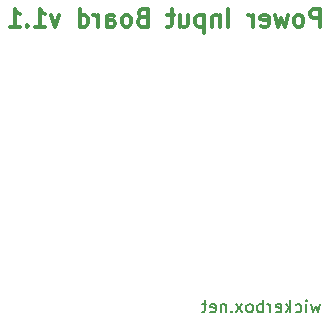
<source format=gbo>
G04 #@! TF.FileFunction,Legend,Bot*
%FSLAX46Y46*%
G04 Gerber Fmt 4.6, Leading zero omitted, Abs format (unit mm)*
G04 Created by KiCad (PCBNEW 4.0.1-3.201512221402+6198~38~ubuntu14.04.1-stable) date Sat 30 Jul 2016 07:40:51 PM PDT*
%MOMM*%
G01*
G04 APERTURE LIST*
%ADD10C,0.100000*%
%ADD11C,0.203200*%
%ADD12C,0.300000*%
G04 APERTURE END LIST*
D10*
D11*
X143667237Y-110018286D02*
X143473713Y-110695619D01*
X143280190Y-110211810D01*
X143086666Y-110695619D01*
X142893142Y-110018286D01*
X142506094Y-110695619D02*
X142506094Y-110018286D01*
X142506094Y-109679619D02*
X142554475Y-109728000D01*
X142506094Y-109776381D01*
X142457713Y-109728000D01*
X142506094Y-109679619D01*
X142506094Y-109776381D01*
X141586856Y-110647238D02*
X141683618Y-110695619D01*
X141877141Y-110695619D01*
X141973903Y-110647238D01*
X142022284Y-110598857D01*
X142070665Y-110502095D01*
X142070665Y-110211810D01*
X142022284Y-110115048D01*
X141973903Y-110066667D01*
X141877141Y-110018286D01*
X141683618Y-110018286D01*
X141586856Y-110066667D01*
X141151427Y-110695619D02*
X141151427Y-109679619D01*
X141054665Y-110308571D02*
X140764380Y-110695619D01*
X140764380Y-110018286D02*
X141151427Y-110405333D01*
X139941904Y-110647238D02*
X140038666Y-110695619D01*
X140232189Y-110695619D01*
X140328951Y-110647238D01*
X140377332Y-110550476D01*
X140377332Y-110163429D01*
X140328951Y-110066667D01*
X140232189Y-110018286D01*
X140038666Y-110018286D01*
X139941904Y-110066667D01*
X139893523Y-110163429D01*
X139893523Y-110260190D01*
X140377332Y-110356952D01*
X139458094Y-110695619D02*
X139458094Y-110018286D01*
X139458094Y-110211810D02*
X139409713Y-110115048D01*
X139361332Y-110066667D01*
X139264570Y-110018286D01*
X139167809Y-110018286D01*
X138829142Y-110695619D02*
X138829142Y-109679619D01*
X138829142Y-110066667D02*
X138732380Y-110018286D01*
X138538857Y-110018286D01*
X138442095Y-110066667D01*
X138393714Y-110115048D01*
X138345333Y-110211810D01*
X138345333Y-110502095D01*
X138393714Y-110598857D01*
X138442095Y-110647238D01*
X138538857Y-110695619D01*
X138732380Y-110695619D01*
X138829142Y-110647238D01*
X137764761Y-110695619D02*
X137861523Y-110647238D01*
X137909904Y-110598857D01*
X137958285Y-110502095D01*
X137958285Y-110211810D01*
X137909904Y-110115048D01*
X137861523Y-110066667D01*
X137764761Y-110018286D01*
X137619619Y-110018286D01*
X137522857Y-110066667D01*
X137474476Y-110115048D01*
X137426095Y-110211810D01*
X137426095Y-110502095D01*
X137474476Y-110598857D01*
X137522857Y-110647238D01*
X137619619Y-110695619D01*
X137764761Y-110695619D01*
X137087428Y-110695619D02*
X136555238Y-110018286D01*
X137087428Y-110018286D02*
X136555238Y-110695619D01*
X136168190Y-110598857D02*
X136119809Y-110647238D01*
X136168190Y-110695619D01*
X136216571Y-110647238D01*
X136168190Y-110598857D01*
X136168190Y-110695619D01*
X135684380Y-110018286D02*
X135684380Y-110695619D01*
X135684380Y-110115048D02*
X135635999Y-110066667D01*
X135539237Y-110018286D01*
X135394095Y-110018286D01*
X135297333Y-110066667D01*
X135248952Y-110163429D01*
X135248952Y-110695619D01*
X134378095Y-110647238D02*
X134474857Y-110695619D01*
X134668380Y-110695619D01*
X134765142Y-110647238D01*
X134813523Y-110550476D01*
X134813523Y-110163429D01*
X134765142Y-110066667D01*
X134668380Y-110018286D01*
X134474857Y-110018286D01*
X134378095Y-110066667D01*
X134329714Y-110163429D01*
X134329714Y-110260190D01*
X134813523Y-110356952D01*
X134039428Y-110018286D02*
X133652380Y-110018286D01*
X133894285Y-109679619D02*
X133894285Y-110550476D01*
X133845904Y-110647238D01*
X133749142Y-110695619D01*
X133652380Y-110695619D01*
D12*
X143663142Y-86530571D02*
X143663142Y-85030571D01*
X143091714Y-85030571D01*
X142948856Y-85102000D01*
X142877428Y-85173429D01*
X142805999Y-85316286D01*
X142805999Y-85530571D01*
X142877428Y-85673429D01*
X142948856Y-85744857D01*
X143091714Y-85816286D01*
X143663142Y-85816286D01*
X141948856Y-86530571D02*
X142091714Y-86459143D01*
X142163142Y-86387714D01*
X142234571Y-86244857D01*
X142234571Y-85816286D01*
X142163142Y-85673429D01*
X142091714Y-85602000D01*
X141948856Y-85530571D01*
X141734571Y-85530571D01*
X141591714Y-85602000D01*
X141520285Y-85673429D01*
X141448856Y-85816286D01*
X141448856Y-86244857D01*
X141520285Y-86387714D01*
X141591714Y-86459143D01*
X141734571Y-86530571D01*
X141948856Y-86530571D01*
X140948856Y-85530571D02*
X140663142Y-86530571D01*
X140377428Y-85816286D01*
X140091713Y-86530571D01*
X139805999Y-85530571D01*
X138663142Y-86459143D02*
X138805999Y-86530571D01*
X139091713Y-86530571D01*
X139234570Y-86459143D01*
X139305999Y-86316286D01*
X139305999Y-85744857D01*
X139234570Y-85602000D01*
X139091713Y-85530571D01*
X138805999Y-85530571D01*
X138663142Y-85602000D01*
X138591713Y-85744857D01*
X138591713Y-85887714D01*
X139305999Y-86030571D01*
X137948856Y-86530571D02*
X137948856Y-85530571D01*
X137948856Y-85816286D02*
X137877428Y-85673429D01*
X137805999Y-85602000D01*
X137663142Y-85530571D01*
X137520285Y-85530571D01*
X135877428Y-86530571D02*
X135877428Y-85030571D01*
X135163142Y-85530571D02*
X135163142Y-86530571D01*
X135163142Y-85673429D02*
X135091714Y-85602000D01*
X134948856Y-85530571D01*
X134734571Y-85530571D01*
X134591714Y-85602000D01*
X134520285Y-85744857D01*
X134520285Y-86530571D01*
X133805999Y-85530571D02*
X133805999Y-87030571D01*
X133805999Y-85602000D02*
X133663142Y-85530571D01*
X133377428Y-85530571D01*
X133234571Y-85602000D01*
X133163142Y-85673429D01*
X133091713Y-85816286D01*
X133091713Y-86244857D01*
X133163142Y-86387714D01*
X133234571Y-86459143D01*
X133377428Y-86530571D01*
X133663142Y-86530571D01*
X133805999Y-86459143D01*
X131805999Y-85530571D02*
X131805999Y-86530571D01*
X132448856Y-85530571D02*
X132448856Y-86316286D01*
X132377428Y-86459143D01*
X132234570Y-86530571D01*
X132020285Y-86530571D01*
X131877428Y-86459143D01*
X131805999Y-86387714D01*
X131305999Y-85530571D02*
X130734570Y-85530571D01*
X131091713Y-85030571D02*
X131091713Y-86316286D01*
X131020285Y-86459143D01*
X130877427Y-86530571D01*
X130734570Y-86530571D01*
X128591713Y-85744857D02*
X128377427Y-85816286D01*
X128305999Y-85887714D01*
X128234570Y-86030571D01*
X128234570Y-86244857D01*
X128305999Y-86387714D01*
X128377427Y-86459143D01*
X128520285Y-86530571D01*
X129091713Y-86530571D01*
X129091713Y-85030571D01*
X128591713Y-85030571D01*
X128448856Y-85102000D01*
X128377427Y-85173429D01*
X128305999Y-85316286D01*
X128305999Y-85459143D01*
X128377427Y-85602000D01*
X128448856Y-85673429D01*
X128591713Y-85744857D01*
X129091713Y-85744857D01*
X127377427Y-86530571D02*
X127520285Y-86459143D01*
X127591713Y-86387714D01*
X127663142Y-86244857D01*
X127663142Y-85816286D01*
X127591713Y-85673429D01*
X127520285Y-85602000D01*
X127377427Y-85530571D01*
X127163142Y-85530571D01*
X127020285Y-85602000D01*
X126948856Y-85673429D01*
X126877427Y-85816286D01*
X126877427Y-86244857D01*
X126948856Y-86387714D01*
X127020285Y-86459143D01*
X127163142Y-86530571D01*
X127377427Y-86530571D01*
X125591713Y-86530571D02*
X125591713Y-85744857D01*
X125663142Y-85602000D01*
X125805999Y-85530571D01*
X126091713Y-85530571D01*
X126234570Y-85602000D01*
X125591713Y-86459143D02*
X125734570Y-86530571D01*
X126091713Y-86530571D01*
X126234570Y-86459143D01*
X126305999Y-86316286D01*
X126305999Y-86173429D01*
X126234570Y-86030571D01*
X126091713Y-85959143D01*
X125734570Y-85959143D01*
X125591713Y-85887714D01*
X124877427Y-86530571D02*
X124877427Y-85530571D01*
X124877427Y-85816286D02*
X124805999Y-85673429D01*
X124734570Y-85602000D01*
X124591713Y-85530571D01*
X124448856Y-85530571D01*
X123305999Y-86530571D02*
X123305999Y-85030571D01*
X123305999Y-86459143D02*
X123448856Y-86530571D01*
X123734570Y-86530571D01*
X123877428Y-86459143D01*
X123948856Y-86387714D01*
X124020285Y-86244857D01*
X124020285Y-85816286D01*
X123948856Y-85673429D01*
X123877428Y-85602000D01*
X123734570Y-85530571D01*
X123448856Y-85530571D01*
X123305999Y-85602000D01*
X121591713Y-85530571D02*
X121234570Y-86530571D01*
X120877428Y-85530571D01*
X119520285Y-86530571D02*
X120377428Y-86530571D01*
X119948856Y-86530571D02*
X119948856Y-85030571D01*
X120091713Y-85244857D01*
X120234571Y-85387714D01*
X120377428Y-85459143D01*
X118877428Y-86387714D02*
X118806000Y-86459143D01*
X118877428Y-86530571D01*
X118948857Y-86459143D01*
X118877428Y-86387714D01*
X118877428Y-86530571D01*
X117377428Y-86530571D02*
X118234571Y-86530571D01*
X117805999Y-86530571D02*
X117805999Y-85030571D01*
X117948856Y-85244857D01*
X118091714Y-85387714D01*
X118234571Y-85459143D01*
M02*

</source>
